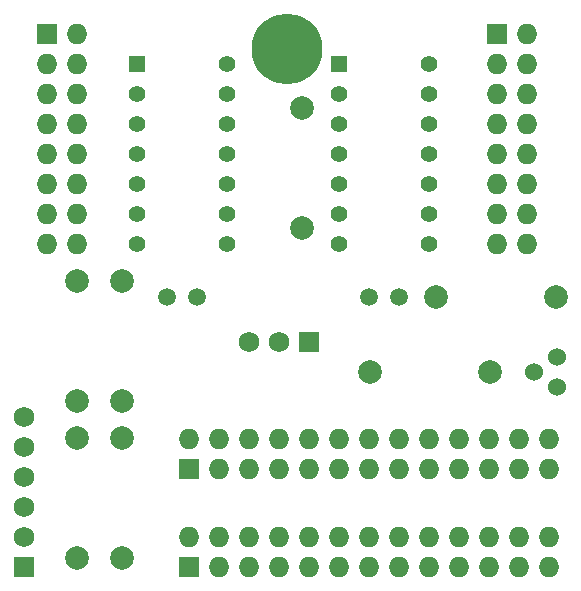
<source format=gts>
%FSLAX34Y34*%
G04 Gerber Fmt 3.4, Leading zero omitted, Abs format*
G04 (created by PCBNEW (2014-jan-25)-product) date Sun 13 Jul 2014 08:25:13 AM PDT*
%MOIN*%
G01*
G70*
G90*
G04 APERTURE LIST*
%ADD10C,0.003937*%
%ADD11R,0.068000X0.068000*%
%ADD12O,0.068000X0.068000*%
%ADD13C,0.060000*%
%ADD14C,0.068000*%
%ADD15C,0.078700*%
%ADD16R,0.055000X0.055000*%
%ADD17C,0.055000*%
%ADD18C,0.059100*%
%ADD19C,0.236220*%
G04 APERTURE END LIST*
G54D10*
G54D11*
X32000Y-41500D03*
G54D12*
X33000Y-41500D03*
X32000Y-42500D03*
X33000Y-42500D03*
X32000Y-43500D03*
X33000Y-43500D03*
X32000Y-44500D03*
X33000Y-44500D03*
X32000Y-45500D03*
X33000Y-45500D03*
X32000Y-46500D03*
X33000Y-46500D03*
X32000Y-47500D03*
X33000Y-47500D03*
X32000Y-48500D03*
X33000Y-48500D03*
G54D11*
X47000Y-41500D03*
G54D12*
X48000Y-41500D03*
X47000Y-42500D03*
X48000Y-42500D03*
X47000Y-43500D03*
X48000Y-43500D03*
X47000Y-44500D03*
X48000Y-44500D03*
X47000Y-45500D03*
X48000Y-45500D03*
X47000Y-46500D03*
X48000Y-46500D03*
X47000Y-47500D03*
X48000Y-47500D03*
X47000Y-48500D03*
X48000Y-48500D03*
G54D11*
X36750Y-59250D03*
G54D12*
X36750Y-58250D03*
X37750Y-59250D03*
X37750Y-58250D03*
X38750Y-59250D03*
X38750Y-58250D03*
X39750Y-59250D03*
X39750Y-58250D03*
X40750Y-59250D03*
X40750Y-58250D03*
X41750Y-59250D03*
X41750Y-58250D03*
X42750Y-59250D03*
X42750Y-58250D03*
X43750Y-59250D03*
X43750Y-58250D03*
X44750Y-59250D03*
X44750Y-58250D03*
X45750Y-59250D03*
X45750Y-58250D03*
X46750Y-59250D03*
X46750Y-58250D03*
X47750Y-59250D03*
X47750Y-58250D03*
X48750Y-59250D03*
X48750Y-58250D03*
G54D11*
X36750Y-56000D03*
G54D12*
X36750Y-55000D03*
X37750Y-56000D03*
X37750Y-55000D03*
X38750Y-56000D03*
X38750Y-55000D03*
X39750Y-56000D03*
X39750Y-55000D03*
X40750Y-56000D03*
X40750Y-55000D03*
X41750Y-56000D03*
X41750Y-55000D03*
X42750Y-56000D03*
X42750Y-55000D03*
X43750Y-56000D03*
X43750Y-55000D03*
X44750Y-56000D03*
X44750Y-55000D03*
X45750Y-56000D03*
X45750Y-55000D03*
X46750Y-56000D03*
X46750Y-55000D03*
X47750Y-56000D03*
X47750Y-55000D03*
X48750Y-56000D03*
X48750Y-55000D03*
G54D13*
X49000Y-53250D03*
X48250Y-52750D03*
X49000Y-52250D03*
G54D11*
X31250Y-59250D03*
G54D14*
X31250Y-58250D03*
X31250Y-57250D03*
X31250Y-56250D03*
X31250Y-55250D03*
X31250Y-54250D03*
G54D15*
X33000Y-53719D03*
X33000Y-49719D03*
X33000Y-58969D03*
X33000Y-54969D03*
X34500Y-53719D03*
X34500Y-49719D03*
X34500Y-58969D03*
X34500Y-54969D03*
X48969Y-50250D03*
X44969Y-50250D03*
X42781Y-52750D03*
X46781Y-52750D03*
X40500Y-47969D03*
X40500Y-43969D03*
G54D16*
X41750Y-42500D03*
G54D17*
X41750Y-43500D03*
X41750Y-44500D03*
X41750Y-45500D03*
X41750Y-46500D03*
X41750Y-47500D03*
X41750Y-48500D03*
X44750Y-48500D03*
X44750Y-47500D03*
X44750Y-46500D03*
X44750Y-45500D03*
X44750Y-44500D03*
X44750Y-43500D03*
X44750Y-42500D03*
G54D16*
X35000Y-42500D03*
G54D17*
X35000Y-43500D03*
X35000Y-44500D03*
X35000Y-45500D03*
X35000Y-46500D03*
X35000Y-47500D03*
X35000Y-48500D03*
X38000Y-48500D03*
X38000Y-47500D03*
X38000Y-46500D03*
X38000Y-45500D03*
X38000Y-44500D03*
X38000Y-43500D03*
X38000Y-42500D03*
G54D18*
X37000Y-50250D03*
X36000Y-50250D03*
X43750Y-50250D03*
X42750Y-50250D03*
G54D19*
X40000Y-42000D03*
G54D11*
X40750Y-51750D03*
G54D14*
X39750Y-51750D03*
X38750Y-51750D03*
M02*

</source>
